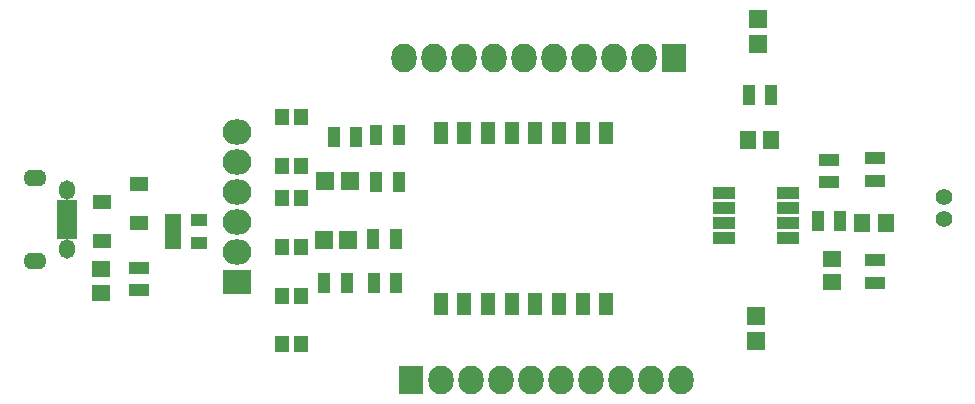
<source format=gbr>
G04 #@! TF.FileFunction,Soldermask,Top*
%FSLAX46Y46*%
G04 Gerber Fmt 4.6, Leading zero omitted, Abs format (unit mm)*
G04 Created by KiCad (PCBNEW 4.0.2-4+6225~38~ubuntu15.10.1-stable) date Thu 10 Mar 2016 05:21:24 PM CST*
%MOMM*%
G01*
G04 APERTURE LIST*
%ADD10C,0.100000*%
%ADD11R,1.150000X1.900000*%
%ADD12R,1.598880X1.598880*%
%ADD13R,1.300000X1.400000*%
%ADD14R,2.127200X2.432000*%
%ADD15O,2.127200X2.432000*%
%ADD16R,1.460000X1.050000*%
%ADD17R,1.700000X1.100000*%
%ADD18R,1.620000X1.310000*%
%ADD19R,2.432000X2.127200*%
%ADD20O,2.432000X2.127200*%
%ADD21R,1.100000X1.700000*%
%ADD22R,1.950000X1.000000*%
%ADD23C,1.400000*%
%ADD24R,1.400000X1.650000*%
%ADD25R,1.750000X0.800000*%
%ADD26O,1.350000X1.650000*%
%ADD27O,1.950000X1.400000*%
%ADD28R,1.650000X1.400000*%
G04 APERTURE END LIST*
D10*
D11*
X158720000Y-76730000D03*
X160720000Y-76730000D03*
X164720000Y-76730000D03*
X162720000Y-76730000D03*
X170720000Y-76730000D03*
X172720000Y-76730000D03*
X168720000Y-76730000D03*
X166720000Y-76730000D03*
X166720000Y-62230000D03*
X168720000Y-62230000D03*
X172720000Y-62230000D03*
X170720000Y-62230000D03*
X162720000Y-62230000D03*
X164720000Y-62230000D03*
X160720000Y-62230000D03*
X158720000Y-62230000D03*
D12*
X185400000Y-77800000D03*
X185400000Y-79898040D03*
D13*
X146850000Y-60945000D03*
X145250000Y-60945000D03*
X146850000Y-65045000D03*
X145250000Y-65045000D03*
D14*
X178435000Y-55880000D03*
D15*
X175895000Y-55880000D03*
X173355000Y-55880000D03*
X170815000Y-55880000D03*
X168275000Y-55880000D03*
X165735000Y-55880000D03*
X163195000Y-55880000D03*
X160655000Y-55880000D03*
X158115000Y-55880000D03*
X155575000Y-55880000D03*
D16*
X136050000Y-69650000D03*
X136050000Y-70600000D03*
X136050000Y-71550000D03*
X138250000Y-71550000D03*
X138250000Y-69650000D03*
D17*
X133150000Y-75600000D03*
X133150000Y-73700000D03*
D18*
X130048000Y-71400000D03*
X130048000Y-68130000D03*
D19*
X141500000Y-74900000D03*
D20*
X141500000Y-72360000D03*
X141500000Y-69820000D03*
X141500000Y-67280000D03*
X141500000Y-64740000D03*
X141500000Y-62200000D03*
D21*
X153000000Y-71250000D03*
X154900000Y-71250000D03*
D22*
X188120000Y-71120000D03*
X188120000Y-69850000D03*
X188120000Y-68580000D03*
X188120000Y-67310000D03*
X182720000Y-67310000D03*
X182720000Y-68580000D03*
X182720000Y-69850000D03*
X182720000Y-71120000D03*
D17*
X195500000Y-73050000D03*
X195500000Y-74950000D03*
D23*
X201295000Y-69580000D03*
X201295000Y-67680000D03*
D17*
X191600000Y-64550000D03*
X191600000Y-66450000D03*
D24*
X194400000Y-69850000D03*
X196400000Y-69850000D03*
D21*
X153250000Y-62400000D03*
X155150000Y-62400000D03*
D13*
X145250000Y-80155000D03*
X146850000Y-80155000D03*
X145250000Y-76055000D03*
X146850000Y-76055000D03*
D21*
X148850000Y-74950000D03*
X150750000Y-74950000D03*
X154950000Y-74950000D03*
X153050000Y-74950000D03*
X149650000Y-62600000D03*
X151550000Y-62600000D03*
X153250000Y-66400000D03*
X155150000Y-66400000D03*
D14*
X156210000Y-83185000D03*
D15*
X158750000Y-83185000D03*
X161290000Y-83185000D03*
X163830000Y-83185000D03*
X166370000Y-83185000D03*
X168910000Y-83185000D03*
X171450000Y-83185000D03*
X173990000Y-83185000D03*
X176530000Y-83185000D03*
X179070000Y-83185000D03*
D25*
X127038540Y-68295100D03*
X127038540Y-68945100D03*
X127038540Y-69595100D03*
X127038540Y-70245100D03*
X127038540Y-70895100D03*
D26*
X127038540Y-67095100D03*
X127038540Y-72095100D03*
D27*
X124338540Y-66095100D03*
X124338540Y-73095100D03*
D28*
X129950000Y-75800000D03*
X129950000Y-73800000D03*
D24*
X184690000Y-62865000D03*
X186690000Y-62865000D03*
D28*
X191800000Y-72900000D03*
X191800000Y-74900000D03*
D12*
X185600000Y-54698040D03*
X185600000Y-52600000D03*
D21*
X186690000Y-59055000D03*
X184790000Y-59055000D03*
X192550000Y-69750000D03*
X190650000Y-69750000D03*
D17*
X195500000Y-64400000D03*
X195500000Y-66300000D03*
D18*
X133150000Y-69870000D03*
X133150000Y-66600000D03*
D12*
X148801960Y-71350000D03*
X150900000Y-71350000D03*
X148900000Y-66300000D03*
X150998040Y-66300000D03*
D13*
X145250000Y-71900000D03*
X146850000Y-71900000D03*
X145250000Y-67800000D03*
X146850000Y-67800000D03*
M02*

</source>
